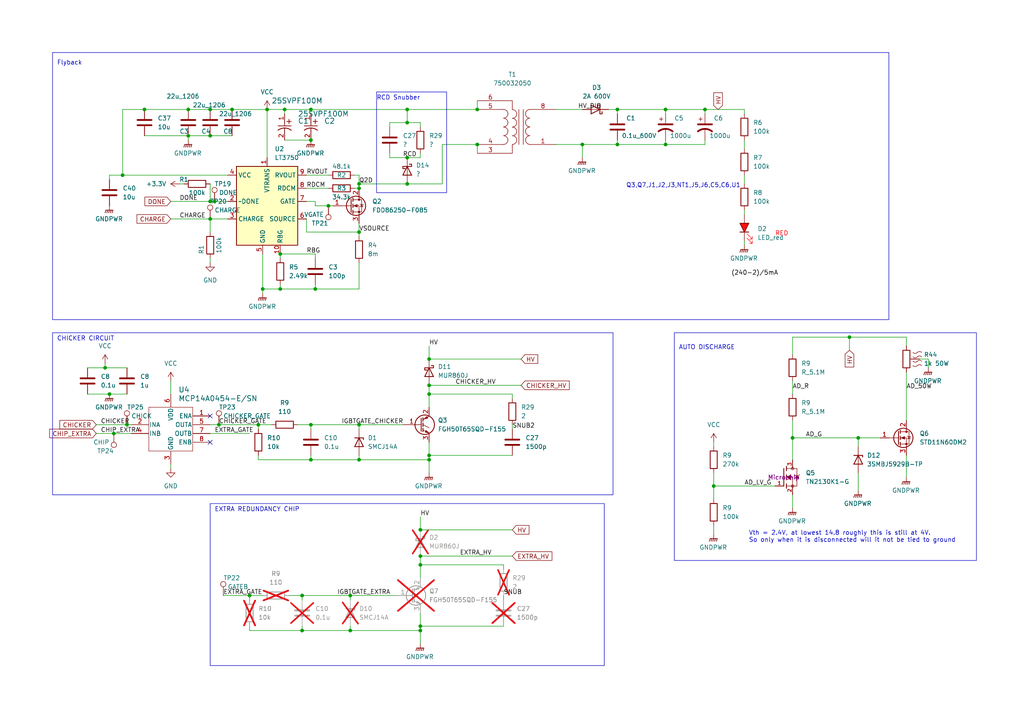
<source format=kicad_sch>
(kicad_sch (version 20230121) (generator eeschema)
  (paper "A4")
  (junction (at 193.04 41.91))
  (junction (at 121.92 161.29))
  (junction (at 101.6 172.72))
  (junction (at 246.38 97.79))
  (junction (at 168.91 41.91))
  (junction (at 229.87 127))
  (junction (at 67.31 31.75))
  (junction (at 30.48 106.68))
  (junction (at 81.28 73.66))
  (junction (at 248.92 127))
  (junction (at 124.46 133.35))
  (junction (at 104.14 67.31))
  (junction (at 90.17 31.75))
  (junction (at 90.17 40.64))
  (junction (at 90.17 133.35))
  (junction (at 62.23 58.42))
  (junction (at 124.46 104.14))
  (junction (at 121.92 182.88))
  (junction (at 121.92 163.83))
  (junction (at 60.96 58.42))
  (junction (at 118.11 53.34))
  (junction (at 124.46 114.3))
  (junction (at 77.47 31.75))
  (junction (at 118.11 45.72))
  (junction (at 60.96 63.5))
  (junction (at 104.14 123.19))
  (junction (at 118.11 35.56))
  (junction (at 35.56 50.8))
  (junction (at 179.07 31.75))
  (junction (at 104.14 53.34))
  (junction (at 60.96 39.37))
  (junction (at 87.63 172.72))
  (junction (at 90.17 123.19))
  (junction (at 72.39 172.72))
  (junction (at 81.28 83.82))
  (junction (at 138.43 41.91))
  (junction (at 118.11 31.75))
  (junction (at 104.14 54.61))
  (junction (at 33.02 125.73))
  (junction (at 179.07 41.91))
  (junction (at 104.14 133.35))
  (junction (at 54.61 39.37))
  (junction (at 95.25 59.69))
  (junction (at 74.93 123.19))
  (junction (at 87.63 182.88))
  (junction (at 204.47 31.75))
  (junction (at 60.96 31.75))
  (junction (at 54.61 31.75))
  (junction (at 76.2 83.82))
  (junction (at 121.92 153.67))
  (junction (at 207.01 140.97))
  (junction (at 101.6 182.88))
  (junction (at 121.92 181.61))
  (junction (at 91.44 83.82))
  (junction (at 31.75 114.3))
  (junction (at 36.83 123.19))
  (junction (at 138.43 31.75))
  (junction (at 124.46 111.76))
  (junction (at 41.91 31.75))
  (junction (at 63.5 123.19))
  (junction (at 124.46 132.08))
  (junction (at 193.04 31.75))
  (junction (at 82.55 31.75))
  (no_connect (at 60.96 128.27))
  (no_connect (at 60.96 120.65))
  (wire (pts (xy 148.59 115.57) (xy 148.59 114.3)))
  (wire (pts (xy 168.91 41.91) (xy 179.07 41.91)))
  (wire (pts (xy 121.92 161.29) (xy 148.59 161.29)))
  (wire (pts (xy 229.87 127) (xy 229.87 133.35)))
  (wire (pts (xy 124.46 100.33) (xy 124.46 104.14)))
  (wire (pts (xy 60.96 125.73) (xy 72.39 125.73)))
  (wire (pts (xy 146.05 165.1) (xy 146.05 163.83)))
  (wire (pts (xy 168.91 41.91) (xy 168.91 45.72)))
  (wire (pts (xy 229.87 121.92) (xy 229.87 127)))
  (wire (pts (xy 215.9 40.64) (xy 215.9 43.18)))
  (wire (pts (xy 118.11 31.75) (xy 118.11 35.56)))
  (wire (pts (xy 104.14 132.08) (xy 104.14 133.35)))
  (wire (pts (xy 138.43 41.91) (xy 138.43 44.45)))
  (wire (pts (xy 113.03 35.56) (xy 118.11 35.56)))
  (wire (pts (xy 91.44 73.66) (xy 91.44 74.93)))
  (wire (pts (xy 91.44 58.42) (xy 88.9 58.42)))
  (wire (pts (xy 74.93 123.19) (xy 74.93 124.46)))
  (wire (pts (xy 248.92 127) (xy 229.87 127)))
  (wire (pts (xy 27.94 123.19) (xy 36.83 123.19)))
  (wire (pts (xy 88.9 50.8) (xy 95.25 50.8)))
  (wire (pts (xy 207.01 140.97) (xy 207.01 137.16)))
  (wire (pts (xy 193.04 31.75) (xy 204.47 31.75)))
  (wire (pts (xy 81.28 73.66) (xy 91.44 73.66)))
  (wire (pts (xy 25.4 114.3) (xy 31.75 114.3)))
  (wire (pts (xy 60.96 39.37) (xy 67.31 39.37)))
  (wire (pts (xy 176.53 31.75) (xy 179.07 31.75)))
  (wire (pts (xy 77.47 31.75) (xy 77.47 45.72)))
  (wire (pts (xy 95.25 59.69) (xy 96.52 59.69)))
  (wire (pts (xy 60.96 53.34) (xy 60.96 58.42)))
  (wire (pts (xy 229.87 102.87) (xy 229.87 97.79)))
  (wire (pts (xy 104.14 67.31) (xy 104.14 68.58)))
  (wire (pts (xy 224.79 140.97) (xy 207.01 140.97)))
  (wire (pts (xy 31.75 50.8) (xy 35.56 50.8)))
  (wire (pts (xy 49.53 110.49) (xy 49.53 114.3)))
  (wire (pts (xy 60.96 31.75) (xy 67.31 31.75)))
  (wire (pts (xy 229.87 97.79) (xy 246.38 97.79)))
  (wire (pts (xy 87.63 182.88) (xy 101.6 182.88)))
  (wire (pts (xy 104.14 123.19) (xy 116.84 123.19)))
  (wire (pts (xy 72.39 172.72) (xy 72.39 173.99)))
  (wire (pts (xy 60.96 63.5) (xy 66.04 63.5)))
  (wire (pts (xy 72.39 182.88) (xy 87.63 182.88)))
  (wire (pts (xy 179.07 40.64) (xy 179.07 41.91)))
  (wire (pts (xy 179.07 31.75) (xy 179.07 33.02)))
  (wire (pts (xy 35.56 31.75) (xy 41.91 31.75)))
  (wire (pts (xy 90.17 133.35) (xy 104.14 133.35)))
  (wire (pts (xy 60.96 58.42) (xy 62.23 58.42)))
  (wire (pts (xy 124.46 133.35) (xy 124.46 137.16)))
  (wire (pts (xy 113.03 45.72) (xy 118.11 45.72)))
  (wire (pts (xy 204.47 33.02) (xy 204.47 31.75)))
  (wire (pts (xy 49.53 134.62) (xy 49.53 135.89)))
  (wire (pts (xy 87.63 181.61) (xy 87.63 182.88)))
  (wire (pts (xy 124.46 114.3) (xy 148.59 114.3)))
  (wire (pts (xy 101.6 182.88) (xy 121.92 182.88)))
  (wire (pts (xy 121.92 177.8) (xy 121.92 181.61)))
  (wire (pts (xy 86.36 123.19) (xy 90.17 123.19)))
  (wire (pts (xy 78.74 123.19) (xy 74.93 123.19)))
  (wire (pts (xy 31.75 114.3) (xy 36.83 114.3)))
  (wire (pts (xy 60.96 67.31) (xy 60.96 63.5)))
  (wire (pts (xy 49.53 63.5) (xy 60.96 63.5)))
  (wire (pts (xy 102.87 50.8) (xy 104.14 50.8)))
  (wire (pts (xy 54.61 39.37) (xy 54.61 40.64)))
  (wire (pts (xy 204.47 41.91) (xy 204.47 40.64)))
  (wire (pts (xy 121.92 163.83) (xy 146.05 163.83)))
  (wire (pts (xy 36.83 123.19) (xy 38.1 123.19)))
  (wire (pts (xy 229.87 143.51) (xy 229.87 147.32)))
  (wire (pts (xy 248.92 127) (xy 248.92 129.54)))
  (wire (pts (xy 41.91 39.37) (xy 54.61 39.37)))
  (wire (pts (xy 74.93 132.08) (xy 74.93 133.35)))
  (wire (pts (xy 161.29 31.75) (xy 168.91 31.75)))
  (wire (pts (xy 76.2 172.72) (xy 72.39 172.72)))
  (wire (pts (xy 121.92 44.45) (xy 121.92 45.72)))
  (wire (pts (xy 63.5 123.19) (xy 74.93 123.19)))
  (wire (pts (xy 27.94 125.73) (xy 33.02 125.73)))
  (wire (pts (xy 36.83 106.68) (xy 30.48 106.68)))
  (wire (pts (xy 88.9 67.31) (xy 104.14 67.31)))
  (wire (pts (xy 101.6 173.99) (xy 101.6 172.72)))
  (wire (pts (xy 87.63 172.72) (xy 101.6 172.72)))
  (wire (pts (xy 87.63 172.72) (xy 87.63 173.99)))
  (wire (pts (xy 60.96 74.93) (xy 60.96 76.2)))
  (wire (pts (xy 121.92 181.61) (xy 121.92 182.88)))
  (wire (pts (xy 91.44 83.82) (xy 104.14 83.82)))
  (wire (pts (xy 88.9 54.61) (xy 95.25 54.61)))
  (wire (pts (xy 104.14 50.8) (xy 104.14 53.34)))
  (wire (pts (xy 91.44 82.55) (xy 91.44 83.82)))
  (wire (pts (xy 121.92 149.86) (xy 121.92 153.67)))
  (wire (pts (xy 207.01 140.97) (xy 207.01 144.78)))
  (wire (pts (xy 138.43 31.75) (xy 138.43 29.21)))
  (wire (pts (xy 193.04 31.75) (xy 193.04 33.02)))
  (wire (pts (xy 54.61 39.37) (xy 60.96 39.37)))
  (wire (pts (xy 128.27 41.91) (xy 128.27 53.34)))
  (wire (pts (xy 104.14 76.2) (xy 104.14 83.82)))
  (wire (pts (xy 262.89 97.79) (xy 262.89 100.33)))
  (wire (pts (xy 81.28 73.66) (xy 81.28 74.93)))
  (wire (pts (xy 35.56 50.8) (xy 66.04 50.8)))
  (wire (pts (xy 83.82 172.72) (xy 87.63 172.72)))
  (wire (pts (xy 30.48 105.41) (xy 30.48 106.68)))
  (wire (pts (xy 81.28 83.82) (xy 91.44 83.82)))
  (wire (pts (xy 35.56 31.75) (xy 35.56 50.8)))
  (wire (pts (xy 262.89 132.08) (xy 262.89 138.43)))
  (wire (pts (xy 193.04 40.64) (xy 193.04 41.91)))
  (wire (pts (xy 121.92 161.29) (xy 121.92 163.83)))
  (wire (pts (xy 113.03 36.83) (xy 113.03 35.56)))
  (wire (pts (xy 74.93 133.35) (xy 90.17 133.35)))
  (wire (pts (xy 121.92 182.88) (xy 121.92 186.69)))
  (wire (pts (xy 121.92 35.56) (xy 121.92 36.83)))
  (wire (pts (xy 118.11 31.75) (xy 138.43 31.75)))
  (wire (pts (xy 246.38 101.6) (xy 246.38 97.79)))
  (wire (pts (xy 104.14 133.35) (xy 124.46 133.35)))
  (wire (pts (xy 104.14 53.34) (xy 104.14 54.61)))
  (wire (pts (xy 76.2 73.66) (xy 76.2 83.82)))
  (wire (pts (xy 104.14 67.31) (xy 104.14 64.77)))
  (wire (pts (xy 151.13 111.76) (xy 124.46 111.76)))
  (wire (pts (xy 193.04 41.91) (xy 204.47 41.91)))
  (wire (pts (xy 124.46 114.3) (xy 124.46 118.11)))
  (wire (pts (xy 90.17 31.75) (xy 90.17 33.02)))
  (wire (pts (xy 77.47 31.75) (xy 82.55 31.75)))
  (wire (pts (xy 64.77 172.72) (xy 72.39 172.72)))
  (wire (pts (xy 101.6 181.61) (xy 101.6 182.88)))
  (wire (pts (xy 91.44 59.69) (xy 91.44 58.42)))
  (wire (pts (xy 54.61 31.75) (xy 60.96 31.75)))
  (wire (pts (xy 248.92 137.16) (xy 248.92 142.24)))
  (wire (pts (xy 207.01 128.27) (xy 207.01 129.54)))
  (wire (pts (xy 121.92 163.83) (xy 121.92 167.64)))
  (wire (pts (xy 151.13 104.14) (xy 124.46 104.14)))
  (wire (pts (xy 60.96 123.19) (xy 63.5 123.19)))
  (wire (pts (xy 179.07 31.75) (xy 193.04 31.75)))
  (wire (pts (xy 118.11 35.56) (xy 121.92 35.56)))
  (wire (pts (xy 124.46 128.27) (xy 124.46 132.08)))
  (wire (pts (xy 33.02 125.73) (xy 38.1 125.73)))
  (wire (pts (xy 121.92 181.61) (xy 146.05 181.61)))
  (wire (pts (xy 52.07 53.34) (xy 53.34 53.34)))
  (wire (pts (xy 76.2 83.82) (xy 76.2 85.09)))
  (wire (pts (xy 81.28 82.55) (xy 81.28 83.82)))
  (wire (pts (xy 229.87 110.49) (xy 229.87 114.3)))
  (wire (pts (xy 41.91 31.75) (xy 54.61 31.75)))
  (wire (pts (xy 262.89 107.95) (xy 262.89 121.92)))
  (wire (pts (xy 31.75 50.8) (xy 31.75 52.07)))
  (wire (pts (xy 204.47 31.75) (xy 215.9 31.75)))
  (wire (pts (xy 25.4 106.68) (xy 30.48 106.68)))
  (wire (pts (xy 82.55 31.75) (xy 82.55 33.02)))
  (wire (pts (xy 88.9 67.31) (xy 88.9 63.5)))
  (wire (pts (xy 121.92 45.72) (xy 118.11 45.72)))
  (wire (pts (xy 215.9 33.02) (xy 215.9 31.75)))
  (wire (pts (xy 90.17 123.19) (xy 90.17 124.46)))
  (wire (pts (xy 76.2 83.82) (xy 81.28 83.82)))
  (wire (pts (xy 49.53 58.42) (xy 60.96 58.42)))
  (wire (pts (xy 101.6 172.72) (xy 114.3 172.72)))
  (wire (pts (xy 146.05 172.72) (xy 146.05 173.99)))
  (wire (pts (xy 82.55 40.64) (xy 90.17 40.64)))
  (wire (pts (xy 255.27 127) (xy 248.92 127)))
  (wire (pts (xy 266.7 104.14) (xy 269.24 104.14)))
  (wire (pts (xy 179.07 41.91) (xy 193.04 41.91)))
  (wire (pts (xy 104.14 124.46) (xy 104.14 123.19)))
  (wire (pts (xy 113.03 44.45) (xy 113.03 45.72)))
  (wire (pts (xy 90.17 132.08) (xy 90.17 133.35)))
  (wire (pts (xy 90.17 31.75) (xy 118.11 31.75)))
  (wire (pts (xy 215.9 50.8) (xy 215.9 53.34)))
  (wire (pts (xy 148.59 153.67) (xy 121.92 153.67)))
  (wire (pts (xy 215.9 60.96) (xy 215.9 62.23)))
  (wire (pts (xy 128.27 41.91) (xy 138.43 41.91)))
  (wire (pts (xy 124.46 132.08) (xy 124.46 133.35)))
  (wire (pts (xy 82.55 31.75) (xy 90.17 31.75)))
  (wire (pts (xy 90.17 123.19) (xy 104.14 123.19)))
  (wire (pts (xy 124.46 111.76) (xy 124.46 114.3)))
  (wire (pts (xy 72.39 181.61) (xy 72.39 182.88)))
  (wire (pts (xy 207.01 152.4) (xy 207.01 154.94)))
  (wire (pts (xy 215.9 69.85) (xy 215.9 71.12)))
  (wire (pts (xy 118.11 53.34) (xy 128.27 53.34)))
  (wire (pts (xy 67.31 31.75) (xy 77.47 31.75)))
  (wire (pts (xy 246.38 97.79) (xy 262.89 97.79)))
  (wire (pts (xy 269.24 106.68) (xy 269.24 104.14)))
  (wire (pts (xy 91.44 59.69) (xy 95.25 59.69)))
  (wire (pts (xy 102.87 54.61) (xy 104.14 54.61)))
  (wire (pts (xy 104.14 53.34) (xy 118.11 53.34)))
  (wire (pts (xy 161.29 41.91) (xy 168.91 41.91)))
  (wire (pts (xy 62.23 58.42) (xy 66.04 58.42)))
  (wire (pts (xy 124.46 132.08) (xy 148.59 132.08)))
  (wire (pts (xy 148.59 123.19) (xy 148.59 124.46)))
  (rectangle (start 60.96 146.05) (end 175.26 193.04))
  (rectangle (start 15.24 15.24) (end 257.81 92.71))
  (rectangle (start 195.58 96.52) (end 283.21 162.56))
  (rectangle (start 109.22 26.67) (end 129.54 55.88))
  (rectangle (start 15.24 96.52) (end 177.8 143.51))
  (text "(240-2)/5mA" (at 212.09 80.01 0) (effects (font (size 1.27 1.27)) (justify left bottom)))
  (text "RCD Snubber" (at 109.22 29.21 0) (effects (font (size 1.27 1.27)) (justify left bottom)))
  (text "Q3,Q7,J1,J2,J3,NT1,J5,J6,C5,C6,U1" (at 181.61 54.61 0) (effects (font (size 1.27 1.27)) (justify left bottom)))
  (text "Flyback" (at 16.51 19.05 0) (effects (font (size 1.27 1.27)) (justify left bottom)))
  (text "AUTO DISCHARGE" (at 196.85 101.6 0) (effects (font (size 1.27 1.27)) (justify left bottom)))
  (text "Vth = 2.4V, at lowest 14.8 roughly this is still at 4V. \nSo only when it is disconnected will it not be tied to ground" (at 217.17 157.48 0) (effects (font (size 1.27 1.27)) (justify left bottom)))
  (text "RED" (at 224.79 68.58 0) (effects (font (size 1.27 1.27)) (justify left bottom)))
  (text "EXTRA REDUNDANCY CHIP" (at 62.23 148.59 0) (effects (font (size 1.27 1.27)) (justify left bottom)))
  (text "CHICKER CIRCUIT" (at 16.51 99.06 0) (effects (font (size 1.27 1.27)) (justify left bottom)))
  (label "AD_LV_G" (at 215.9 140.97 0))
  (label "IGBTGATE_CHICKER" (at 99.06 123.19 0))
  (label "HV" (at 124.46 100.33 0))
  (label "AD_50W" (at 262.89 113.03 0))
  (label "EXTRA_GATE" (at 64.77 172.72 0))
  (label "CHICKER_GATE" (at 63.5 123.19 0))
  (label "IGBTGATE_EXTRA" (at 97.79 172.72 0))
  (label "DONE" (at 52.07 58.42 0))
  (label "EXTRA_HV" (at 133.35 161.29 0))
  (label "RDCM" (at 88.9 54.61 0))
  (label "CHICKER_HV" (at 132.08 111.76 0))
  (label "AD_R" (at 229.87 113.03 0))
  (label "HV_DIO" (at 167.64 31.75 0))
  (label "Q2D" (at 104.14 53.34 0))
  (label "EXTRA_GATE" (at 62.23 125.73 0))
  (label "RCD" (at 116.84 45.72 0))
  (label "SNUB" (at 146.05 172.72 0))
  (label "AD_G" (at 233.68 127 0))
  (label "HV" (at 121.92 149.86 0))
  (label "CHARGE" (at 52.07 63.5 0))
  (label "SNUB2" (at 148.59 124.46 0))
  (label "CHIP_EXTRA" (at 29.21 125.73 0))
  (label "RVOUT" (at 88.9 50.8 0))
  (label "RBG" (at 88.9 73.66 0))
  (label "CHICKER" (at 29.21 123.19 0))
  (label "VSOURCE" (at 104.14 67.31 0))
  (global_label "EXTRA_HV" (shape input) (at 148.59 161.29 0) (property "Intersheetrefs" "${INTERSHEET_REFS}" (effects hide)))
  (global_label "DONE" (shape input) (at 49.53 58.42 180) (property "Intersheetrefs" "${INTERSHEET_REFS}" (effects hide)))
  (global_label "CHIP_EXTRA" (shape input) (at 27.94 125.73 180) (property "Intersheetrefs" "${INTERSHEET_REFS}" (effects hide)))
  (global_label "CHICKER" (shape input) (at 27.94 123.19 180) (property "Intersheetrefs" "${INTERSHEET_REFS}" (effects hide)))
  (global_label "CHICKER_HV" (shape input) (at 151.13 111.76 0) (property "Intersheetrefs" "${INTERSHEET_REFS}" (effects hide)))
  (global_label "HV" (shape input) (at 151.13 104.14 0) (property "Intersheetrefs" "${INTERSHEET_REFS}" (effects hide)))
  (global_label "CHARGE" (shape input) (at 49.53 63.5 180) (property "Intersheetrefs" "${INTERSHEET_REFS}" (effects hide)))
  (global_label "HV" (shape input) (at 148.59 153.67 0) (property "Intersheetrefs" "${INTERSHEET_REFS}" (effects hide)))
  (global_label "HV" (shape input) (at 246.38 101.6 270) (property "Intersheetrefs" "${INTERSHEET_REFS}" (effects hide)))
  (global_label "HV" (shape input) (at 208.28 31.75 90) (property "Intersheetrefs" "${INTERSHEET_REFS}" (effects hide)))
  (symbol (lib_id "bots:C_100p") (at 91.44 78.74 0) (unit 1)
    (property "Reference" "C3" (at 95.25 77.47 0) (effects (justify left)))
    (property "Value" "100p" (at 95.25 80.01 0) (effects (justify left)))
    (property "Footprint" "bots:C_0603_1608Metric" (effects hide))
    (property "MPN" "CL10C101JB8NNNC" (effects hide))
    (property "Manufacturer" "Samsung Electro-Mechanics" (effects hide))
    (property "Price" "0.0026" (effects hide))
    (property "JLC" "0603" (effects hide))
    (property "LCSC" "C14858" (effects hide))
    (property "JLC Extended" "no" (effects hide))
    (instances (project "POWER_BOARD" (path "" (reference "C3") (unit 1)) (path "" (reference "C7") (unit 1))))
  )
  (symbol (lib_id "power:GNDPWR") (at 215.9 71.12 0) (unit 1)
    (property "Reference" "#PWR020" (effects hide))
    (property "Value" "GNDPWR" (at 215.773 74.93 0))
  )
  (symbol (lib_id "bots:R_100k") (at 207.01 148.59 0) (unit 1)
    (property "Reference" "R9" (at 209.55 147.32 0) (effects (justify left)))
    (property "Value" "100k" (at 209.55 149.86 0) (effects (justify left)))
    (property "Footprint" "bots:R_0603_1608Metric" (effects hide))
    (property "MPN" "0603WAF1003T5E" (effects hide))
    (property "Manufacturer" "UNI-ROYAL(Uniroyal Elec)" (effects hide))
    (property "Price" "0.0009" (effects hide))
    (property "JLC" "0603" (effects hide))
    (property "LCSC" "C25803" (effects hide))
    (property "JLC Extended" "no" (effects hide))
    (instances (project "POWER_BOARD" (path "" (reference "R9") (unit 1)) (path "" (reference "R32") (unit 1))))
  )
  (symbol (lib_id "power:GNDPWR") (at 207.01 154.94 0) (unit 1)
    (property "Reference" "#PWR054" (effects hide))
    (property "Value" "GNDPWR" (at 206.883 158.75 0))
  )
  (symbol (lib_id "power:GNDPWR") (at 248.92 142.24 0) (unit 1)
    (property "Reference" "#PWR072" (effects hide))
    (property "Value" "GNDPWR" (at 248.793 146.05 0))
  )
  (symbol (lib_id "power:GNDPWR") (at 76.2 85.09 0) (unit 1)
    (property "Reference" "#PWR02" (effects hide))
    (property "Value" "GNDPWR" (at 76.073 88.9 0))
  )
  (symbol (lib_id "bots:TestPoint_1x1") (at 36.83 123.19 0) (unit 1) (in_bom no)
    (property "Reference" "TP25" (at 36.83 118.11 0) (effects (justify left)))
    (property "Value" "CHICK" (at 38.1 120.65 0) (effects (justify left)))
    (property "Footprint" "bots:TestPoint_Pad_1.0x1.0mm" (effects hide))
    (instances (project "POWER_BOARD" (path "" (reference "TP25") (unit 1)) (path "" (reference "TP18") (unit 1))))
  )
  (symbol (lib_id "bots:R_270k") (at 207.01 133.35 0) (unit 1)
    (property "Reference" "R9" (at 209.55 132.08 0) (effects (justify left)))
    (property "Value" "270k" (at 209.55 134.62 0) (effects (justify left)))
    (property "Footprint" "bots:R_0603_1608Metric" (effects hide))
    (property "MPN" "0603WAF2703T5E" (effects hide))
    (property "Manufacturer" "UNI-ROYAL(Uniroyal Elec)" (effects hide))
    (property "Price" "0.0009" (effects hide))
    (property "JLC" "0603" (effects hide))
    (property "LCSC" "C22965" (effects hide))
    (instances (project "POWER_BOARD" (path "" (reference "R9") (unit 1)) (path "" (reference "R31") (unit 1))))
  )
  (symbol (lib_id "bots:C_1000u_POL_reversed") (at 204.47 36.83 0) (unit 1)
    (property "Reference" "C6" (at 207.01 34.29 0) (effects (justify left)))
    (property "Value" "1000u" (at 205.74 39.37 0) (effects (justify left)))
    (property "Footprint" "bots:CP_Radial_Horizontal_D25.4mm_H45mm_reversed" (effects hide))
    (property "MPN" "ESMQ251VSN102MQ45S" (effects hide))
    (property "Manufacturer" "Chemi-Con" (effects hide))
    (property "Price" "9.07" (effects hide))
  )
  (symbol (lib_id "power:GNDPWR") (at 124.46 137.16 0) (unit 1)
    (property "Reference" "#PWR021" (effects hide))
    (property "Value" "GNDPWR" (at 124.333 140.97 0))
  )
  (symbol (lib_id "bots:R_110R") (at 82.55 123.19 270) (unit 1)
    (property "Reference" "R9" (at 82.55 116.84 90))
    (property "Value" "110" (at 82.55 119.38 90))
    (property "Footprint" "bots:R_0603_1608Metric" (effects hide))
    (property "MPN" "0603WAF1100T5E" (effects hide))
    (property "Manufacturer" "UNI-ROYAL(Uniroyal Elec)" (effects hide))
    (property "Price" "0.001" (effects hide))
    (property "JLC" "0603" (effects hide))
    (property "LCSC" "C22781" (effects hide))
    (instances (project "POWER_BOARD" (path "" (reference "R9") (unit 1)) (path "" (reference "R4") (unit 1))))
  )
  (symbol (lib_id "bots:TestPoint_1x1") (at 64.77 172.72 0) (unit 1) (in_bom no)
    (property "Reference" "TP22" (at 64.77 167.64 0) (effects (justify left)))
    (property "Value" "GATEB" (at 66.04 170.18 0) (effects (justify left)))
    (property "Footprint" "bots:TestPoint_Pad_1.0x1.0mm" (effects hide))
    (instances (project "POWER_BOARD" (path "" (reference "TP22") (unit 1)) (path "" (reference "TP18") (unit 1))))
  )
  (symbol (lib_id "bots:LED_red") (at 215.9 66.04 90) (unit 1)
    (property "Reference" "D2" (at 219.71 66.3575 90) (effects (justify right)))
    (property "Value" "LED_red" (at 219.71 68.8975 90) (effects (justify right)))
    (property "Footprint" "bots:LED_1206_3216Metric" (effects hide))
    (property "MPN" "RF-RUT112TS-BD" (effects hide))
    (property "Manufacturer" "Refond" (effects hide))
    (property "Price" "0.1023" (effects hide))
    (property "JLC" "SMD,1.5x3.2mm" (effects hide))
    (property "LCSC" "C2908310" (effects hide))
    (instances (project "POWER_BOARD" (path "" (reference "D2") (unit 1)) (path "" (reference "D4") (unit 1))))
  )
  (symbol (lib_id "bots:R_47.5k") (at 99.06 50.8 90) (unit 1)
    (property "Reference" "R2" (at 99.06 50.8 90))
    (property "Value" "48.1k" (at 99.06 48.26 90))
    (property "Footprint" "bots:R_0603_1608Metric" (effects hide))
    (property "MPN" "0603WAF4752T5E" (effects hide))
    (property "Manufacturer" "UNI-ROYAL(Uniroyal Elec)" (effects hide))
    (property "Price" "0.0009" (effects hide))
    (property "JLC" "0603" (effects hide))
    (property "LCSC" "C23061" (effects hide))
    (instances (project "POWER_BOARD" (path "" (reference "R2") (unit 1)) (path "" (reference "R5") (unit 1))))
  )
  (symbol (lib_id "bots:TestPoint_1x1") (at 63.5 123.19 0) (unit 1) (in_bom no)
    (property "Reference" "TP23" (at 63.5 118.11 0) (effects (justify left)))
    (property "Value" "CHICKER_GATE" (at 64.77 120.65 0) (effects (justify left)))
    (property "Footprint" "bots:TestPoint_Pad_1.0x1.0mm" (effects hide))
    (instances (project "POWER_BOARD" (path "" (reference "TP23") (unit 1)) (path "" (reference "TP18") (unit 1))))
  )
  (symbol (lib_name "R_100k_4") (lib_id "bots:R_100k") (at 215.9 46.99 180) (unit 1)
    (property "Reference" "R7" (at 218.44 45.72 0) (effects (justify right)))
    (property "Value" "100k" (at 218.44 48.26 0) (effects (justify right)))
    (property "Footprint" "bots:R_0603_1608Metric" (effects hide))
    (property "MPN" "0603WAF1003T5E" (effects hide))
    (property "Manufacturer" "UNI-ROYAL(Uniroyal Elec)" (effects hide))
    (property "Price" "0.0009" (effects hide))
    (property "JLC" "0603" (effects hide))
    (property "LCSC" "C25803" (effects hide))
    (property "JLC Extended" "no" (effects hide))
    (instances (project "POWER_BOARD" (path "" (reference "R7") (unit 1)) (path "" (reference "R10") (unit 1))))
  )
  (symbol (lib_id "bots:C_1500p") (at 148.59 128.27 0) (unit 1)
    (property "Reference" "C27" (at 152.4 127 0) (effects (justify left)))
    (property "Value" "1500p" (at 152.4 129.54 0) (effects (justify left)))
    (property "Footprint" "bots:C_0805_2012Metric" (effects hide))
    (property "MPN" "C2012C0G2A152JT000N" (effects hide))
    (property "Manufacturer" "TDK" (effects hide))
    (property "Price" "0.0396" (effects hide))
    (property "JLC" "0805" (effects hide))
    (property "LCSC" "C342996" (effects hide))
    (instances (project "POWER_BOARD" (path "" (reference "C27") (unit 1)) (path "" (reference "C10") (unit 1))))
  )
  (symbol (lib_id "bots:TestPoint_1x1") (at 95.25 59.69 180) (unit 1) (in_bom no)
    (property "Reference" "TP21" (at 95.25 64.77 0) (effects (justify left)))
    (property "Value" "VGATE" (at 93.98 62.23 0) (effects (justify left)))
    (property "Footprint" "bots:TestPoint_Pad_1.0x1.0mm" (effects hide))
    (instances (project "POWER_BOARD" (path "" (reference "TP21") (unit 1)) (path "" (reference "TP18") (unit 1))))
  )
  (symbol (lib_id "power:GNDPWR") (at 31.75 114.3 0) (unit 1)
    (property "Reference" "#PWR046" (effects hide))
    (property "Value" "GNDPWR" (at 31.623 118.11 0))
  )
  (symbol (lib_name "R_100k_5") (lib_id "bots:R_100k") (at 57.15 53.34 270) (unit 1)
    (property "Reference" "R1" (at 53.34 52.07 90))
    (property "Value" "100k" (at 57.15 55.88 90))
    (property "Footprint" "bots:R_0603_1608Metric" (effects hide))
    (property "MPN" "0603WAF1003T5E" (effects hide))
    (property "Manufacturer" "UNI-ROYAL(Uniroyal Elec)" (effects hide))
    (property "Price" "0.0009" (effects hide))
    (property "JLC" "0603" (effects hide))
    (property "LCSC" "C25803" (effects hide))
    (property "JLC Extended" "no" (effects hide))
  )
  (symbol (lib_id "power:GNDPWR") (at 262.89 138.43 0) (unit 1)
    (property "Reference" "#PWR062" (effects hide))
    (property "Value" "GNDPWR" (at 262.763 142.24 0))
  )
  (symbol (lib_id "power:GNDPWR") (at 168.91 45.72 0) (unit 1)
    (property "Reference" "#PWR018" (effects hide))
    (property "Value" "GNDPWR" (at 168.783 49.53 0))
  )
  (symbol (lib_id "bots:R_2R_0805") (at 121.92 40.64 0) (unit 1)
    (property "Reference" "R29" (at 124.46 39.37 0) (effects (justify left)))
    (property "Value" "?" (at 124.46 41.91 0) (effects (justify left)))
    (property "Footprint" "bots:R_0805_2012Metric" (effects hide))
    (property "MPN" "0805W8F200KT5E" (effects hide))
    (property "Manufacturer" "UNI-ROYAL(Uniroyal Elec)" (effects hide))
    (property "Price" "0.0025" (effects hide))
    (property "JLC" "0805" (effects hide))
    (property "LCSC" "C17606" (effects hide))
    (instances (project "POWER_BOARD" (path "" (reference "R29") (unit 1)) (path "" (reference "R46") (unit 1))))
  )
  (symbol (lib_id "power:VCC") (at 77.47 31.75 0) (unit 1)
    (property "Reference" "#PWR09" (effects hide))
    (property "Value" "VCC" (at 77.47 26.67 0))
  )
  (symbol (lib_id "bots:STD11N60DM2") (at 260.35 127 0) (unit 1)
    (property "Reference" "Q6" (at 266.7 125.73 0) (effects (justify left)))
    (property "Value" "STD11N60DM2\n" (at 266.7 128.27 0) (effects (justify left)))
    (property "Footprint" "bots:DPAK-3_ONS" (effects hide))
    (property "Datasheet" "https://www.st.com/resource/en/datasheet/stb15n80k5.pdf" (effects hide))
    (property "Manufacturer" "STMicroelectronics" (effects hide))
    (property "MPN" "STD11N60DM2" (effects hide))
    (property "JLC" "TO-252" (effects hide))
    (property "LCSC" "C2688635" (effects hide))
    (property "Price" "0.8474" (effects hide))
  )
  (symbol (lib_id "bots:C_1000u_POL") (at 193.04 36.83 0) (unit 1)
    (property "Reference" "C5" (at 195.58 34.29 0) (effects (justify left)))
    (property "Value" "1000u" (at 194.31 39.37 0) (effects (justify left)))
    (property "Footprint" "bots:CP_Radial_Horizontal_D25.4mm_H45mm" (effects hide))
    (property "MPN" "ESMQ251VSN102MQ45S" (effects hide))
    (property "Manufacturer" "Chemi-Con" (effects hide))
    (property "Price" "9.07" (effects hide))
  )
  (symbol (lib_id "bots:25SVPF100M") (at 82.55 33.02 270) (unit 1)
    (property "Reference" "C1" (at 86.36 35.0774 90) (effects (font (size 1.524 1.524)) (justify left)))
    (property "Value" "25SVPF100M" (at 78.74 29.21 90) (effects (font (size 1.524 1.524)) (justify left)))
    (property "Footprint" "bots:CAP_25SVPF100M" (effects hide))
    (property "Datasheet" "25SVPF100M" (effects hide))
    (property "LCSC" "C136279" (effects hide))
    (property "JLC Extended" "yes" (effects hide))
  )
  (symbol (lib_id "bots:C_10u") (at 41.91 35.56 0) (unit 1)
    (property "Reference" "C37" (at 45.72 34.29 0) (effects (justify left)))
    (property "Value" "10u" (at 45.72 36.83 0) (effects (justify left)))
    (property "Footprint" "bots:C_0805_2012Metric" (effects hide))
    (property "MPN" "GRM21BR61H106KE43L" (effects hide))
    (property "Manufacturer" "Murata" (effects hide))
    (property "Price" "0.0645" (effects hide))
    (property "JLC" "0805" (effects hide))
    (property "LCSC" "C440198" (effects hide))
    (property "JLC Extended" "no" (effects hide))
  )
  (symbol (lib_id "bots:SMCJ14A") (at 101.6 177.8 270) (unit 1) (dnp yes)
    (property "Reference" "D10" (at 104.14 176.53 90) (effects (justify left)))
    (property "Value" "SMCJ14A" (at 104.14 179.07 90) (effects (justify left)))
    (property "Footprint" "bots:D_SMC" (effects hide))
    (property "MPN" "SMCJ14A" (effects hide))
    (property "Manufacturer" "Littelfuse" (effects hide))
    (property "Price" "0.59" (effects hide))
    (property "JLC" "SMC(DO-214AB)" (effects hide))
    (property "LCSC" "C438098" (effects hide))
    (property "Description" "23.2V Clamp 64.7A Ipp Tvs Diode Surface Mount DO-214AB (SMCJ)" (effects hide))
  )
  (symbol (lib_id "bots:TestPoint_1x1") (at 33.02 125.73 180) (unit 1) (in_bom no)
    (property "Reference" "TP24" (at 33.02 130.81 0) (effects (justify left)))
    (property "Value" "CHIP" (at 31.75 128.27 0) (effects (justify left)))
    (property "Footprint" "bots:TestPoint_Pad_1.0x1.0mm" (effects hide))
    (instances (project "POWER_BOARD" (path "" (reference "TP24") (unit 1)) (path "" (reference "TP18") (unit 1))))
  )
  (symbol (lib_id "power:+3.3V") (at 52.07 53.34 90) (unit 1)
    (property "Reference" "#PWR012" (effects hide))
    (property "Value" "+3.3V" (at 48.26 53.34 90) (effects (justify left)))
    (instances (project "POWER_BOARD" (path "" (reference "#PWR012") (unit 1)) (path "" (reference "#PWR05") (unit 1))))
  )
  (symbol (lib_id "power:VCC") (at 49.53 110.49 0) (unit 1)
    (property "Reference" "#PWR09" (effects hide))
    (property "Value" "VCC" (at 49.53 105.41 0))
    (instances (project "POWER_BOARD" (path "" (reference "#PWR09") (unit 1)) (path "" (reference "#PWR061") (unit 1))))
  )
  (symbol (lib_id "bots:C_0.1u") (at 87.63 177.8 0) (unit 1) (in_bom no) (dnp yes)
    (property "Reference" "C10" (at 91.44 176.53 0) (effects (justify left)))
    (property "Value" "0.1u" (at 91.44 179.07 0) (effects (justify left)))
    (property "Footprint" "bots:C_0603_1608Metric" (effects hide))
    (property "MPN" "CC0603KRX7R9BB104" (effects hide))
    (property "Manufacturer" "YAGEO" (effects hide))
    (property "Price" "0.0021" (effects hide))
    (property "JLC" "0603" (effects hide))
    (property "LCSC" "C14663" (effects hide))
    (property "JLC Extended" "no" (effects hide))
    (instances (project "POWER_BOARD" (path "" (reference "C10") (unit 1)) (path "" (reference "C38") (unit 1))))
  )
  (symbol (lib_id "power:GNDPWR") (at 121.92 186.69 0) (unit 1)
    (property "Reference" "#PWR012" (effects hide))
    (property "Value" "GNDPWR" (at 121.793 190.5 0))
  )
  (symbol (lib_id "bots:C_10u") (at 31.75 55.88 0) (unit 1)
    (property "Reference" "C40" (at 35.56 54.61 0) (effects (justify left)))
    (property "Value" "10u" (at 35.56 57.15 0) (effects (justify left)))
    (property "Footprint" "bots:C_0805_2012Metric" (effects hide))
    (property "MPN" "GRM21BR61H106KE43L" (effects hide))
    (property "Manufacturer" "Murata" (effects hide))
    (property "Price" "0.0645" (effects hide))
    (property "JLC" "0805" (effects hide))
    (property "LCSC" "C440198" (effects hide))
    (property "JLC Extended" "no" (effects hide))
  )
  (symbol (lib_name "C_0.1u_1") (lib_id "bots:C_0.1u") (at 25.4 110.49 0) (unit 1)
    (property "Reference" "C8" (at 29.21 109.22 0) (effects (justify left)))
    (property "Value" "0.1u" (at 29.21 111.76 0) (effects (justify left)))
    (property "Footprint" "bots:C_0603_1608Metric" (effects hide))
    (property "MPN" "CC0603KRX7R9BB104" (effects hide))
    (property "Manufacturer" "YAGEO" (effects hide))
    (property "Price" "0.0021" (effects hide))
    (property "JLC" "0603" (effects hide))
    (property "LCSC" "C14663" (effects hide))
    (property "JLC Extended" "no" (effects hide))
    (instances (project "POWER_BOARD" (path "" (reference "C8") (unit 1)) (path "" (reference "C34") (unit 1))))
  )
  (symbol (lib_id "power:GND") (at 60.96 76.2 0) (unit 1)
    (property "Reference" "#PWR?" (effects hide))
    (property "Value" "GND" (at 60.96 81.28 0))
    (instances (project "POWER_BOARD" (path "" (reference "#PWR?") (unit 1)) (path "" (reference "#PWR08") (unit 1)) (path "" (reference "#PWR025") (unit 1)) (path "" (reference "#PWR010") (unit 1))))
  )
  (symbol (lib_id "bots:R_2R_0805") (at 146.05 168.91 0) (unit 1) (dnp yes)
    (property "Reference" "R29" (at 148.59 167.64 0) (effects (justify left)))
    (property "Value" "2" (at 148.59 170.18 0) (effects (justify left)))
    (property "Footprint" "bots:R_0805_2012Metric" (effects hide))
    (property "MPN" "0805W8F200KT5E" (effects hide))
    (property "Manufacturer" "UNI-ROYAL(Uniroyal Elec)" (effects hide))
    (property "Price" "0.0025" (effects hide))
    (property "JLC" "0805" (effects hide))
    (property "LCSC" "C17606" (effects hide))
    (instances (project "POWER_BOARD" (path "" (reference "R29") (unit 1)) (path "" (reference "R43") (unit 1))))
  )
  (symbol (lib_id "power:VCC") (at 30.48 105.41 0) (unit 1)
    (property "Reference" "#PWR09" (effects hide))
    (property "Value" "VCC" (at 30.48 100.33 0))
    (instances (project "POWER_BOARD" (path "" (reference "#PWR09") (unit 1)) (path "" (reference "#PWR03") (unit 1))))
  )
  (symbol (lib_id "bots:FDD86250-F085") (at 101.6 59.69 0) (unit 1)
    (property "Reference" "Q2" (at 107.95 58.42 0) (effects (justify left)))
    (property "Value" "FDD86250-F085" (at 107.95 60.96 0) (effects (justify left)))
    (property "Footprint" "bots:DPAK-3_ONS" (effects hide))
    (property "Datasheet" "https://www.st.com/resource/en/datasheet/stb15n80k5.pdf" (effects hide))
    (property "MPN" "FDD86250-F085" (effects hide))
    (property "Manufacturer" "onsemi" (effects hide))
    (property "Price" "3.18" (effects hide))
    (property "JLC" "TO-252" (effects hide))
    (property "LCSC" "C605020" (effects hide))
    (property "Description" "N-Channel 150 V 50A (Tc) 160W (Tj) Surface Mount TO-252AA" (effects hide))
  )
  (symbol (lib_id "bots:Wurth_750032050") (at 151.13 36.83 0) (unit 1)
    (property "Reference" "T1" (at 148.6027 21.59 0))
    (property "Value" "750032050" (at 148.6027 24.13 0))
    (property "Footprint" "bots:SMT_32050_WRE" (effects hide))
    (property "MPN" "DA2034-ALD" (effects hide))
    (property "Manufacturer" "Coilcraft" (effects hide))
    (property "Price" "13.35" (effects hide))
  )
  (symbol (lib_id "bots:MCP14A0454-E_SN") (at 35.56 121.92 0) (unit 1)
    (property "Reference" "U4" (at 51.7241 113.03 0) (effects (font (size 1.524 1.524)) (justify left)))
    (property "Value" "MCP14A0454-E/SN" (at 51.7241 115.57 0) (effects (font (size 1.524 1.524)) (justify left)))
    (property "Footprint" "bots:SOIC-8_3.9x4.9mm_P1.27mm" (effects hide))
    (property "MPN" "MCP14A0454-E/SN" (effects hide))
    (property "Manufacturer" "Microchip" (effects hide))
    (property "Price" "2.42" (effects hide))
    (instances (project "POWER_BOARD" (path "" (reference "U4") (unit 1)) (path "" (reference "U2") (unit 1))))
  )
  (symbol (lib_id "bots:R_5.1M") (at 229.87 118.11 0) (unit 1)
    (property "Reference" "R9" (at 232.41 116.84 0) (effects (justify left)))
    (property "Value" "R_5.1M" (at 232.41 119.38 0) (effects (justify left)))
    (property "Footprint" "bots:R_0603_1608Metric" (effects hide))
    (property "MPN" "RS-03L5104FT" (effects hide))
    (property "Manufacturer" "FH (Guangdong Fenghua Advanced Tech)" (effects hide))
    (property "Price" "0.0013" (effects hide))
    (property "JLC" "0603" (effects hide))
    (property "LCSC" "C322178" (effects hide))
    (property "JLC Extended" "yes" (effects hide))
    (instances (project "POWER_BOARD" (path "" (reference "R9") (unit 1)) (path "" (reference "R33") (unit 1))))
  )
  (symbol (lib_id "bots:C_22u_1206") (at 67.31 35.56 0) (unit 1)
    (property "Reference" "C8" (at 64.77 38.1 0) (effects (justify left)))
    (property "Value" "22u_1206" (at 63.5 33.02 0) (effects (justify left)))
    (property "Footprint" "bots:C_1206_3216Metric" (effects hide))
    (property "MPN" "CL31A226KAHNNNE" (effects hide))
    (property "Manufacturer" "Murata" (effects hide))
    (property "Price" "0.0645" (effects hide))
    (property "JLC" "0805" (effects hide))
    (property "LCSC" "C12891" (effects hide))
    (property "JLC Extended" "no" (effects hide))
  )
  (symbol (lib_id "power:GNDPWR") (at 54.61 40.64 0) (unit 1)
    (property "Reference" "#PWR075" (effects hide))
    (property "Value" "GNDPWR" (at 54.483 44.45 0))
  )
  (symbol (lib_id "power:GNDPWR") (at 269.24 106.68 0) (unit 1)
    (property "Reference" "#PWR073" (effects hide))
    (property "Value" "GNDPWR" (at 269.113 110.49 0))
  )
  (symbol (lib_id "bots:R_10k") (at 72.39 177.8 0) (unit 1) (in_bom no) (dnp yes)
    (property "Reference" "R10" (at 74.93 176.53 0) (effects (justify left)))
    (property "Value" "10k" (at 74.93 179.07 0) (effects (justify left)))
    (property "Footprint" "bots:R_0603_1608Metric" (effects hide))
    (property "MPN" "0603WAF1002T5E" (effects hide))
    (property "Manufacturer" "UNI-ROYAL(Uniroyal Elec)" (effects hide))
    (property "Price" "0.0008" (effects hide))
    (property "JLC" "0603" (effects hide))
    (property "LCSC" "C25804" (effects hide))
    (instances (project "POWER_BOARD" (path "" (reference "R10") (unit 1)) (path "" (reference "R41") (unit 1))))
  )
  (symbol (lib_id "bots:TN2130K1-G") (at 227.33 138.43 0) (unit 1)
    (property "Reference" "Q5" (at 233.68 137.16 0) (effects (justify left)))
    (property "Value" "TN2130K1-G\n" (at 233.68 139.7 0) (effects (justify left)))
    (property "Footprint" "bots:SOT95P240X111-3N" (effects hide))
    (property "Package" "SOT-23-3" (effects hide))
    (property "Price" "0.67" (effects hide))
    (property "Description" "N-Channel 50 V 200mA (Ta) 225mW (Ta) Surface Mount SOT-23-3 (TO-236)" (effects hide))
    (property "MPN" "TN2130K1-G" (effects hide))
    (property "JLC" "SOT-23-3" (effects hide))
    (property "LCSC" "C626652" (effects hide))
    (property "Manufacturer" "Microchip" (at 227.33 138.43 0))
  )
  (symbol (lib_id "bots:MUR860J") (at 124.46 107.95 270) (unit 1)
    (property "Reference" "D11" (at 127 106.3625 90) (effects (justify left)))
    (property "Value" "MUR860J" (at 127 108.9025 90) (effects (justify left)))
    (property "Footprint" "bots:D_SMC" (effects hide))
    (property "MPN" "MUR860J" (effects hide))
    (property "Manufacturer" "WeEn Semiconductors" (effects hide))
    (property "Price" "0.76" (effects hide))
  )
  (symbol (lib_id "bots:C_1500p") (at 113.03 40.64 0) (unit 1)
    (property "Reference" "C27" (at 116.84 39.37 0) (effects (justify left)))
    (property "Value" "?" (at 116.84 41.91 0) (effects (justify left)))
    (property "Footprint" "bots:C_0805_2012Metric" (effects hide))
    (property "MPN" "C2012C0G2A152JT000N" (effects hide))
    (property "Manufacturer" "TDK" (effects hide))
    (property "Price" "0.0396" (effects hide))
    (property "JLC" "0805" (effects hide))
    (property "LCSC" "C342996" (effects hide))
    (instances (project "POWER_BOARD" (path "" (reference "C27") (unit 1)) (path "" (reference "C29") (unit 1))))
  )
  (symbol (lib_id "bots:R_10k") (at 74.93 128.27 0) (unit 1)
    (property "Reference" "R10" (at 77.47 127 0) (effects (justify left)))
    (property "Value" "10k" (at 77.47 129.54 0) (effects (justify left)))
    (property "Footprint" "bots:R_0603_1608Metric" (effects hide))
    (property "MPN" "0603WAF1002T5E" (effects hide))
    (property "Manufacturer" "UNI-ROYAL(Uniroyal Elec)" (effects hide))
    (property "Price" "0.0008" (effects hide))
    (property "JLC" "0603" (effects hide))
    (property "LCSC" "C25804" (effects hide))
    (instances (project "POWER_BOARD" (path "" (reference "R10") (unit 1)) (path "" (reference "R2") (unit 1))))
  )
  (symbol (lib_id "bots:C_22u_1206") (at 54.61 35.56 0) (unit 1)
    (property "Reference" "C3" (at 52.07 38.1 0) (effects (justify left)))
    (property "Value" "22u_1206" (at 48.26 27.94 0) (effects (justify left)))
    (property "Footprint" "bots:C_1206_3216Metric" (effects hide))
    (property "MPN" "CL31A226KAHNNNE" (effects hide))
    (property "Manufacturer" "Murata" (effects hide))
    (property "Price" "0.0645" (effects hide))
    (property "JLC" "0805" (effects hide))
    (property "LCSC" "C12891" (effects hide))
    (property "JLC Extended" "no" (effects hide))
  )
  (symbol (lib_id "bots:C_22u_1206") (at 60.96 35.56 0) (unit 1)
    (property "Reference" "C4" (at 58.42 38.1 0) (effects (justify left)))
    (property "Value" "22u_1206" (at 55.88 30.48 0) (effects (justify left)))
    (property "Footprint" "bots:C_1206_3216Metric" (effects hide))
    (property "MPN" "CL31A226KAHNNNE" (effects hide))
    (property "Manufacturer" "Murata" (effects hide))
    (property "Price" "0.0645" (effects hide))
    (property "JLC" "0805" (effects hide))
    (property "LCSC" "C12891" (effects hide))
    (property "JLC Extended" "no" (effects hide))
  )
  (symbol (lib_id "bots:TestPoint_1x1") (at 62.23 58.42 0) (unit 1) (in_bom no)
    (property "Reference" "TP19" (at 62.23 53.34 0) (effects (justify left)))
    (property "Value" "DONE" (at 63.5 55.88 0) (effects (justify left)))
    (property "Footprint" "bots:TestPoint_Pad_1.0x1.0mm" (effects hide))
    (instances (project "POWER_BOARD" (path "" (reference "TP19") (unit 1)) (path "" (reference "TP18") (unit 1))))
  )
  (symbol (lib_id "power:GNDPWR") (at 31.75 59.69 0) (unit 1)
    (property "Reference" "#PWR07" (effects hide))
    (property "Value" "GNDPWR" (at 31.623 63.5 0))
  )
  (symbol (lib_id "bots:FGH50T65SQD-F155") (at 119.38 172.72 0) (unit 1) (dnp yes)
    (property "Reference" "Q7" (at 124.46 171.45 0) (effects (justify left)))
    (property "Value" "FGH50T65SQD-F155\n" (at 124.46 173.99 0) (effects (justify left)))
    (property "Footprint" "bots:TO-247-3_Horizontal_TabDown" (effects hide))
    (property "Datasheet" "http://www.irf.com/product-info/datasheets/data/irg4pf50w.pdf" (effects hide))
    (property "MPN" "FGH50T65SQD-F155" (effects hide))
    (property "Manufacturer" "onsemi" (effects hide))
    (property "Price" "3.4798" (effects hide))
    (property "JLC" "TO-247" (effects hide))
    (property "LCSC" "C132704" (effects hide))
  )
  (symbol (lib_id "power:GNDPWR") (at 90.17 40.64 0) (unit 1)
    (property "Reference" "#PWR06" (effects hide))
    (property "Value" "GNDPWR" (at 90.043 44.45 0))
  )
  (symbol (lib_id "bots:1k 50W") (at 262.89 104.14 0) (unit 1)
    (property "Reference" "R44" (at 267.97 102.87 0) (effects (justify left)))
    (property "Value" "1k 50W" (at 267.97 105.41 0) (effects (justify left)))
    (property "Footprint" "bots:TO-263-2" (effects hide))
    (property "MPN" "TDH50H1K00FE-TR" (effects hide))
    (property "Manufacturer" "Ohmite" (effects hide))
    (property "Price" "10.65" (effects hide))
  )
  (symbol (lib_id "bots:R_8m") (at 104.14 72.39 180) (unit 1)
    (property "Reference" "R4" (at 106.68 71.12 0) (effects (justify right)))
    (property "Value" "8m" (at 106.68 73.66 0) (effects (justify right)))
    (property "Footprint" "bots:R_1206_3216Metric" (effects hide))
    (property "MPN" "PE1206FRF470R008L" (effects hide))
    (property "Manufacturer" "YAGEO" (effects hide))
    (property "Price" "0.0695" (effects hide))
    (property "JLC" "1206" (effects hide))
    (property "LCSC" "C326567" (effects hide))
    (instances (project "POWER_BOARD" (path "" (reference "R4") (unit 1)) (path "" (reference "R7") (unit 1))))
  )
  (symbol (lib_id "bots:D_ZENER_3SMBJ5929B-TP") (at 248.92 133.35 270) (unit 1)
    (property "Reference" "D12" (at 251.46 132.08 90) (effects (justify left)))
    (property "Value" "3SMBJ5929B-TP\n" (at 251.46 134.62 90) (effects (justify left)))
    (property "Footprint" "bots:D_SMB" (effects hide))
    (property "MPN" "3SMBJ5929B-TP" (effects hide))
    (property "Manufacturer" "Micro Commercial Co" (effects hide))
    (property "Price" "0.63" (effects hide))
  )
  (symbol (lib_id "power:GNDPWR") (at 229.87 147.32 0) (unit 1)
    (property "Reference" "#PWR055" (effects hide))
    (property "Value" "GNDPWR" (at 229.743 151.13 0))
  )
  (symbol (lib_id "bots:C_1u") (at 36.83 110.49 0) (unit 1)
    (property "Reference" "C8" (at 40.64 109.22 0) (effects (justify left)))
    (property "Value" "1u" (at 40.64 111.76 0) (effects (justify left)))
    (property "Footprint" "bots:C_0603_1608Metric" (effects hide))
    (property "MPN" "CL10A105KB8NNNC" (effects hide))
    (property "Manufacturer" "Samsung Electro-Mechanics" (effects hide))
    (property "Price" "0.0046" (effects hide))
    (property "JLC" "0603" (effects hide))
    (property "LCSC" "C15849" (effects hide))
    (property "JLC Extended" "no" (effects hide))
    (instances (project "POWER_BOARD" (path "" (reference "C8") (unit 1)) (path "" (reference "C35") (unit 1))))
  )
  (symbol (lib_id "bots:MURS160-E3/52T") (at 172.72 31.75 180) (unit 1)
    (property "Reference" "D3" (at 173.0375 25.4 0))
    (property "Value" "2A 600V" (at 173.0375 27.94 0))
    (property "Footprint" "bots:D_SMB" (effects hide))
    (property "MPN" "MURS160-E3/52T" (effects hide))
    (property "Manufacturer" "Vishay Intertech" (effects hide))
    (property "Price" "0.1038" (effects hide))
    (property "JLC" "SMB(DO-214AA)" (effects hide))
    (property "LCSC" "C59627" (effects hide))
  )
  (symbol (lib_id "bots:MUR860J") (at 121.92 157.48 270) (unit 1) (dnp yes)
    (property "Reference" "D2" (at 124.46 155.8925 90) (effects (justify left)))
    (property "Value" "MUR860J" (at 124.46 158.4325 90) (effects (justify left)))
    (property "Footprint" "bots:D_SMC" (effects hide))
    (property "MPN" "MUR860J" (effects hide))
    (property "Manufacturer" "WeEn Semiconductors" (effects hide))
    (property "Price" "0.76" (effects hide))
  )
  (symbol (lib_id "power:VCC") (at 207.01 128.27 0) (unit 1)
    (property "Reference" "#PWR09" (effects hide))
    (property "Value" "VCC" (at 207.01 123.19 0))
    (instances (project "POWER_BOARD" (path "" (reference "#PWR09") (unit 1)) (path "" (reference "#PWR069") (unit 1))))
  )
  (symbol (lib_name "R_100k_2") (lib_id "bots:R_100k") (at 215.9 57.15 180) (unit 1)
    (property "Reference" "R8" (at 218.44 55.88 0) (effects (justify right)))
    (property "Value" "100k" (at 218.44 58.42 0) (effects (justify right)))
    (property "Footprint" "bots:R_0603_1608Metric" (effects hide))
    (property "MPN" "0603WAF1003T5E" (effects hide))
    (property "Manufacturer" "UNI-ROYAL(Uniroyal Elec)" (effects hide))
    (property "Price" "0.0009" (effects hide))
    (property "JLC" "0603" (effects hide))
    (property "LCSC" "C25803" (effects hide))
    (property "JLC Extended" "no" (effects hide))
    (instances (project "POWER_BOARD" (path "" (reference "R8") (unit 1)) (path "" (reference "R29") (unit 1))))
  )
  (symbol (lib_id "bots:MURS160-E3/52T") (at 118.11 49.53 270) (unit 1)
    (property "Reference" "D14" (at 120.65 47.9425 90) (effects (justify left)))
    (property "Value" "?" (at 120.65 50.4825 90) (effects (justify left)))
    (property "Footprint" "bots:D_SMA" (effects hide))
    (property "MPN" "?" (effects hide))
    (property "Manufacturer" "Vishay Intertech" (effects hide))
    (property "Price" "0.1038" (effects hide))
    (property "JLC" "SMB(DO-214AA)" (effects hide))
    (property "LCSC" "C59627" (effects hide))
  )
  (symbol (lib_name "R_100k_3") (lib_id "bots:R_100k") (at 60.96 71.12 0) (unit 1)
    (property "Reference" "R1" (at 58.42 72.39 90))
    (property "Value" "100k" (at 63.5 71.12 90))
    (property "Footprint" "bots:R_0603_1608Metric" (effects hide))
    (property "MPN" "0603WAF1003T5E" (effects hide))
    (property "Manufacturer" "UNI-ROYAL(Uniroyal Elec)" (effects hide))
    (property "Price" "0.0009" (effects hide))
    (property "JLC" "0603" (effects hide))
    (property "LCSC" "C25803" (effects hide))
    (property "JLC Extended" "no" (effects hide))
    (instances (project "POWER_BOARD" (path "" (reference "R1") (unit 1)) (path "" (reference "R27") (unit 1))))
  )
  (symbol (lib_id "power:GND") (at 49.53 135.89 0) (unit 1)
    (property "Reference" "#PWR?" (effects hide))
    (property "Value" "GND" (at 49.53 140.97 0))
    (instances (project "POWER_BOARD" (path "" (reference "#PWR?") (unit 1)) (path "" (reference "#PWR08") (unit 1)) (path "" (reference "#PWR025") (unit 1)) (path "" (reference "#PWR04") (unit 1))))
  )
  (symbol (lib_name "C_0.1u_2") (lib_id "bots:C_0.1u") (at 90.17 128.27 0) (unit 1)
    (property "Reference" "C10" (at 93.98 127 0) (effects (justify left)))
    (property "Value" "0.1u" (at 93.98 129.54 0) (effects (justify left)))
    (property "Footprint" "bots:C_0603_1608Metric" (effects hide))
    (property "MPN" "CC0603KRX7R9BB104" (effects hide))
    (property "Manufacturer" "YAGEO" (effects hide))
    (property "Price" "0.0021" (effects hide))
    (property "JLC" "0603" (effects hide))
    (property "LCSC" "C14663" (effects hide))
    (property "JLC Extended" "no" (effects hide))
    (instances (project "POWER_BOARD" (path "" (reference "C10") (unit 1)) (path "" (reference "C9") (unit 1))))
  )
  (symbol (lib_id "bots:LT3750") (at 76.2 58.42 0) (unit 1)
    (property "Reference" "U2" (at 79.6641 43.18 0) (effects (justify left)))
    (property "Value" "LT3750" (at 79.6641 45.72 0) (effects (justify left)))
    (property "Footprint" "bots:MSOP-10_3x3mm_P0.5mm" (effects hide))
    (property "Datasheet" "https://www.analog.com/media/en/technical-documentation/data-sheets/3757Afe.pdf" (effects hide))
    (property "MPN" "LT3750EMS#PBF" (effects hide))
    (property "Manufacturer" "Analog Devices" (effects hide))
    (property "Price" "15.73" (effects hide))
    (property "JLC" "MSOP-10" (effects hide))
    (property "LCSC" "C84289" (effects hide))
    (instances (project "POWER_BOARD" (path "" (reference "U2") (unit 1)) (path "" (reference "U4") (unit 1))))
  )
  (symbol (lib_id "bots:R_2R_0805") (at 148.59 119.38 0) (unit 1)
    (property "Reference" "R29" (at 151.13 118.11 0) (effects (justify left)))
    (property "Value" "2" (at 151.13 120.65 0) (effects (justify left)))
    (property "Footprint" "bots:R_0805_2012Metric" (effects hide))
    (property "MPN" "0805W8F200KT5E" (effects hide))
    (property "Manufacturer" "UNI-ROYAL(Uniroyal Elec)" (effects hide))
    (property "Price" "0.0025" (effects hide))
    (property "JLC" "0805" (effects hide))
    (property "LCSC" "C17606" (effects hide))
    (instances (project "POWER_BOARD" (path "" (reference "R29") (unit 1)) (path "" (reference "R8") (unit 1))))
  )
  (symbol (lib_id "bots:R_110R") (at 80.01 172.72 270) (unit 1) (in_bom no) (dnp yes)
    (property "Reference" "R9" (at 80.01 166.37 90))
    (property "Value" "110" (at 80.01 168.91 90))
    (property "Footprint" "bots:R_0603_1608Metric" (effects hide))
    (property "MPN" "0603WAF1100T5E" (effects hide))
    (property "Manufacturer" "UNI-ROYAL(Uniroyal Elec)" (effects hide))
    (property "Price" "0.001" (effects hide))
    (property "JLC" "0603" (effects hide))
    (property "LCSC" "C22781" (effects hide))
    (instances (project "POWER_BOARD" (path "" (reference "R9") (unit 1)) (path "" (reference "R42") (unit 1))))
  )
  (symbol (lib_id "bots:R_34k") (at 99.06 54.61 90) (unit 1)
    (property "Reference" "R3" (at 99.06 54.61 90))
    (property "Value" "34.3k" (at 99.06 57.15 90))
    (property "Footprint" "bots:R_0603_1608Metric" (effects hide))
    (property "MPN" "0603WAF3402T5E" (effects hide))
    (property "Manufacturer" "UNI-ROYAL(Uniroyal Elec)" (effects hide))
    (property "Price" "0.001" (effects hide))
    (property "JLC" "0603" (effects hide))
    (property "LCSC" "C23008" (effects hide))
    (instances (project "POWER_BOARD" (path "" (reference "R3") (unit 1)) (path "" (reference "R6") (unit 1))))
  )
  (symbol (lib_id "bots:R_2.49k") (at 81.28 78.74 180) (unit 1)
    (property "Reference" "R5" (at 83.82 77.47 0) (effects (justify right)))
    (property "Value" "2.49k" (at 83.82 80.01 0) (effects (justify right)))
    (property "Footprint" "bots:R_0603_1608Metric" (effects hide))
    (property "MPN" "RC0603FR-072K49L" (effects hide))
    (property "Manufacturer" "YAGEO" (effects hide))
    (property "Price" "0.001" (effects hide))
    (property "JLC" "0603" (effects hide))
    (property "LCSC" "C108190" (effects hide))
    (instances (project "POWER_BOARD" (path "" (reference "R5") (unit 1)) (path "" (reference "R3") (unit 1))))
  )
  (symbol (lib_id "bots:25SVPF100M") (at 90.17 33.02 270) (unit 1)
    (property "Reference" "C2" (at 93.98 35.0774 90) (effects (font (size 1.524 1.524)) (justify left)))
    (property "Value" "25SVPF100M" (at 86.36 33.02 90) (effects (font (size 1.524 1.524)) (justify left)))
    (property "Footprint" "bots:CAP_25SVPF100M" (effects hide))
    (property "Datasheet" "25SVPF100M" (effects hide))
    (property "LCSC" "C136279" (effects hide))
    (property "JLC Extended" "yes" (effects hide))
  )
  (symbol (lib_id "bots:C_1500p") (at 146.05 177.8 0) (unit 1) (dnp yes)
    (property "Reference" "C27" (at 149.86 176.53 0) (effects (justify left)))
    (property "Value" "1500p" (at 149.86 179.07 0) (effects (justify left)))
    (property "Footprint" "bots:C_0805_2012Metric" (effects hide))
    (property "MPN" "C2012C0G2A152JT000N" (effects hide))
    (property "Manufacturer" "TDK" (effects hide))
    (property "Price" "0.0396" (effects hide))
    (property "JLC" "0805" (effects hide))
    (property "LCSC" "C342996" (effects hide))
    (instances (project "POWER_BOARD" (path "" (reference "C27") (unit 1)) (path "" (reference "C39") (unit 1))))
  )
  (symbol (lib_name "R_100k_1") (lib_id "bots:R_100k") (at 215.9 36.83 180) (unit 1)
    (property "Reference" "R6" (at 218.44 35.56 0) (effects (justify right)))
    (property "Value" "100k" (at 218.44 38.1 0) (effects (justify right)))
    (property "Footprint" "bots:R_0603_1608Metric" (effects hide))
    (property "MPN" "0603WAF1003T5E" (effects hide))
    (property "Manufacturer" "UNI-ROYAL(Uniroyal Elec)" (effects hide))
    (property "Price" "0.0009" (effects hide))
    (property "JLC" "0603" (effects hide))
    (property "LCSC" "C25803" (effects hide))
    (property "JLC Extended" "no" (effects hide))
    (instances (project "POWER_BOARD" (path "" (reference "R6") (unit 1)) (path "" (reference "R9") (unit 1))))
  )
  (symbol (lib_id "bots:C_0.1u_600V") (at 179.07 36.83 0) (unit 1)
    (property "Reference" "C1" (at 181.61 34.29 0) (effects (justify left)))
    (property "Value" "0.1u_600V" (at 180.34 39.37 0) (effects (justify left)))
    (property "Footprint" "bots:C_1210_3225Metric" (effects hide))
    (property "MPN" "C3225X7T2J104KT000N" (effects hide))
    (property "Manufacturer" "TDK" (effects hide))
    (property "Price" "0.3623" (effects hide))
    (property "JLC" "1210" (effects hide))
    (property "LCSC" "C2902776" (effects hide))
    (property "JLC Extended" "yes" (effects hide))
    (instances (project "POWER_BOARD" (path "" (reference "C1") (unit 1)) (path "" (reference "C28") (unit 1))))
  )
  (symbol (lib_id "bots:FGH50T65SQD-F155") (at 121.92 123.19 0) (unit 1)
    (property "Reference" "Q3" (at 127 121.92 0) (effects (justify left)))
    (property "Value" "FGH50T65SQD-F155\n" (at 127 124.46 0) (effects (justify left)))
    (property "Footprint" "bots:TO-247-3_Horizontal_TabDown" (effects hide))
    (property "Datasheet" "http://www.irf.com/product-info/datasheets/data/irg4pf50w.pdf" (effects hide))
    (property "MPN" "FGH50T65SQD-F155" (effects hide))
    (property "Manufacturer" "onsemi" (effects hide))
    (property "Price" "3.4798" (effects hide))
    (property "JLC" "TO-247" (effects hide))
    (property "LCSC" "C132704" (effects hide))
  )
  (symbol (lib_id "bots:R_5.1M") (at 229.87 106.68 0) (unit 1)
    (property "Reference" "R9" (at 232.41 105.41 0) (effects (justify left)))
    (property "Value" "R_5.1M" (at 232.41 107.95 0) (effects (justify left)))
    (property "Footprint" "bots:R_0603_1608Metric" (effects hide))
    (property "MPN" "RS-03L5104FT" (effects hide))
    (property "Manufacturer" "FH (Guangdong Fenghua Advanced Tech)" (effects hide))
    (property "Price" "0.0013" (effects hide))
    (property "JLC" "0603" (effects hide))
    (property "LCSC" "C322178" (effects hide))
    (instances (project "POWER_BOARD" (path "" (reference "R9") (unit 1)) (path "" (reference "R34") (unit 1))))
  )
  (symbol (lib_id "bots:TestPoint_1x1") (at 60.96 63.5 0) (unit 1) (in_bom no)
    (property "Reference" "TP20" (at 60.96 58.42 0) (effects (justify left)))
    (property "Value" "CHARGE" (at 62.23 60.96 0) (effects (justify left)))
    (property "Footprint" "bots:TestPoint_Pad_1.0x1.0mm" (effects hide))
    (instances (project "POWER_BOARD" (path "" (reference "TP20") (unit 1)) (path "" (reference "TP18") (unit 1))))
  )
  (symbol (lib_id "bots:SMCJ14A") (at 104.14 128.27 270) (unit 1)
    (property "Reference" "D1" (at 106.68 127 90) (effects (justify left)))
    (property "Value" "SMCJ14A" (at 106.68 129.54 90) (effects (justify left)))
    (property "Footprint" "bots:D_SMC" (effects hide))
    (property "MPN" "SMCJ14A" (effects hide))
    (property "Manufacturer" "Littelfuse" (effects hide))
    (property "Price" "0.59" (effects hide))
    (property "JLC" "SMC(DO-214AB)" (effects hide))
    (property "LCSC" "C438098" (effects hide))
    (property "Description" "23.2V Clamp 64.7A Ipp Tvs Diode Surface Mount DO-214AB (SMCJ)" (effects hide))
  )
)
</source>
